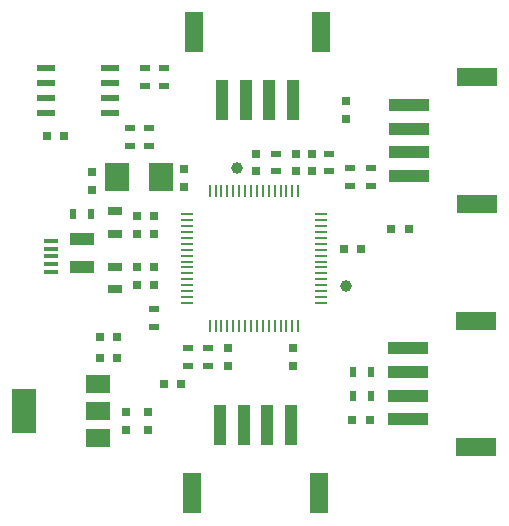
<source format=gbr>
G04 #@! TF.GenerationSoftware,KiCad,Pcbnew,(5.1.0)-1*
G04 #@! TF.CreationDate,2019-04-02T00:44:41+02:00*
G04 #@! TF.ProjectId,USB_UART_Dongle,5553425f-5541-4525-945f-446f6e676c65,rev?*
G04 #@! TF.SameCoordinates,Original*
G04 #@! TF.FileFunction,Paste,Top*
G04 #@! TF.FilePolarity,Positive*
%FSLAX46Y46*%
G04 Gerber Fmt 4.6, Leading zero omitted, Abs format (unit mm)*
G04 Created by KiCad (PCBNEW (5.1.0)-1) date 2019-04-02 00:44:41*
%MOMM*%
%LPD*%
G04 APERTURE LIST*
%ADD10R,2.000000X3.800000*%
%ADD11R,2.000000X1.500000*%
%ADD12R,0.900000X0.500000*%
%ADD13R,0.500000X0.900000*%
%ADD14R,1.300000X0.450000*%
%ADD15R,0.750000X0.800000*%
%ADD16R,1.300000X0.700000*%
%ADD17R,2.000000X2.400000*%
%ADD18R,1.550000X0.600000*%
%ADD19C,1.000000*%
%ADD20R,1.000000X3.500000*%
%ADD21R,1.500000X3.400000*%
%ADD22R,3.500000X1.000000*%
%ADD23R,3.400000X1.500000*%
%ADD24R,1.000000X0.250000*%
%ADD25R,0.250000X1.000000*%
%ADD26R,2.030000X1.140000*%
%ADD27R,0.800000X0.750000*%
G04 APERTURE END LIST*
D10*
X126900000Y-108800000D03*
D11*
X133200000Y-108800000D03*
X133200000Y-106500000D03*
X133200000Y-111100000D03*
D12*
X148250000Y-87000000D03*
X148250000Y-88500000D03*
X152750000Y-87000000D03*
X152750000Y-88500000D03*
X154500000Y-88250000D03*
X154500000Y-89750000D03*
X156250000Y-88250000D03*
X156250000Y-89750000D03*
D13*
X156250000Y-105500000D03*
X154750000Y-105500000D03*
X156250000Y-107500000D03*
X154750000Y-107500000D03*
D12*
X142500000Y-105000000D03*
X142500000Y-103500000D03*
X140750000Y-105000000D03*
X140750000Y-103500000D03*
D14*
X129150000Y-94400000D03*
X129150000Y-95050000D03*
X129150000Y-95700000D03*
X129150000Y-96350000D03*
X129150000Y-97000000D03*
D12*
X138775000Y-81250000D03*
X138775000Y-79750000D03*
D15*
X137875000Y-92300000D03*
X137875000Y-93800000D03*
D16*
X134575000Y-91900000D03*
X134575000Y-93800000D03*
D17*
X138475000Y-88950000D03*
X134775000Y-88950000D03*
D18*
X134175000Y-83605000D03*
X134175000Y-82335000D03*
X134175000Y-81065000D03*
X134175000Y-79795000D03*
X128775000Y-79795000D03*
X128775000Y-81065000D03*
X128775000Y-82335000D03*
X128775000Y-83605000D03*
D19*
X154175000Y-98200000D03*
X144975000Y-88200000D03*
D16*
X134575000Y-98500000D03*
X134575000Y-96600000D03*
D20*
X149675000Y-82475000D03*
X147675000Y-82475000D03*
X145675000Y-82475000D03*
X143675000Y-82475000D03*
D21*
X152025000Y-76725000D03*
X141325000Y-76725000D03*
D22*
X159500000Y-88900000D03*
X159500000Y-86900000D03*
X159500000Y-84900000D03*
X159500000Y-82900000D03*
D23*
X165250000Y-91250000D03*
X165250000Y-80550000D03*
D22*
X159425000Y-109500000D03*
X159425000Y-107500000D03*
X159425000Y-105500000D03*
X159425000Y-103500000D03*
D23*
X165175000Y-111850000D03*
X165175000Y-101150000D03*
D20*
X143500000Y-110025000D03*
X145500000Y-110025000D03*
X147500000Y-110025000D03*
X149500000Y-110025000D03*
D21*
X141150000Y-115775000D03*
X151850000Y-115775000D03*
D13*
X132575000Y-92100000D03*
X131075000Y-92100000D03*
D12*
X137175000Y-81250000D03*
X137175000Y-79750000D03*
X137875000Y-101650000D03*
X137875000Y-100150000D03*
X137475000Y-86350000D03*
X137475000Y-84850000D03*
X135875000Y-86350000D03*
X135875000Y-84850000D03*
D24*
X140675000Y-92150000D03*
X140675000Y-92650000D03*
X140675000Y-93150000D03*
X140675000Y-93650000D03*
X140675000Y-94150000D03*
X140675000Y-94650000D03*
X140675000Y-95150000D03*
X140675000Y-95650000D03*
X140675000Y-96150000D03*
X140675000Y-96650000D03*
X140675000Y-97150000D03*
X140675000Y-97650000D03*
X140675000Y-98150000D03*
X140675000Y-98650000D03*
X140675000Y-99150000D03*
X140675000Y-99650000D03*
D25*
X142625000Y-101600000D03*
X143125000Y-101600000D03*
X143625000Y-101600000D03*
X144125000Y-101600000D03*
X144625000Y-101600000D03*
X145125000Y-101600000D03*
X145625000Y-101600000D03*
X146125000Y-101600000D03*
X146625000Y-101600000D03*
X147125000Y-101600000D03*
X147625000Y-101600000D03*
X148125000Y-101600000D03*
X148625000Y-101600000D03*
X149125000Y-101600000D03*
X149625000Y-101600000D03*
X150125000Y-101600000D03*
D24*
X152075000Y-99650000D03*
X152075000Y-99150000D03*
X152075000Y-98650000D03*
X152075000Y-98150000D03*
X152075000Y-97650000D03*
X152075000Y-97150000D03*
X152075000Y-96650000D03*
X152075000Y-96150000D03*
X152075000Y-95650000D03*
X152075000Y-95150000D03*
X152075000Y-94650000D03*
X152075000Y-94150000D03*
X152075000Y-93650000D03*
X152075000Y-93150000D03*
X152075000Y-92650000D03*
X152075000Y-92150000D03*
D25*
X150125000Y-90200000D03*
X149625000Y-90200000D03*
X149125000Y-90200000D03*
X148625000Y-90200000D03*
X148125000Y-90200000D03*
X147625000Y-90200000D03*
X147125000Y-90200000D03*
X146625000Y-90200000D03*
X146125000Y-90200000D03*
X145625000Y-90200000D03*
X145125000Y-90200000D03*
X144625000Y-90200000D03*
X144125000Y-90200000D03*
X143625000Y-90200000D03*
X143125000Y-90200000D03*
X142625000Y-90200000D03*
D26*
X131775000Y-96600000D03*
X131775000Y-94200000D03*
D15*
X154175000Y-84050000D03*
X154175000Y-82550000D03*
D27*
X159475000Y-93400000D03*
X157975000Y-93400000D03*
X138725000Y-106500000D03*
X140225000Y-106500000D03*
X154675000Y-109600000D03*
X156175000Y-109600000D03*
X155475000Y-95100000D03*
X153975000Y-95100000D03*
D15*
X144175000Y-105000000D03*
X144175000Y-103500000D03*
X149975000Y-87000000D03*
X149975000Y-88500000D03*
X146575000Y-87000000D03*
X146575000Y-88500000D03*
X149675000Y-105000000D03*
X149675000Y-103500000D03*
X137875000Y-98100000D03*
X137875000Y-96600000D03*
X136475000Y-92300000D03*
X136475000Y-93800000D03*
X136475000Y-98100000D03*
X136475000Y-96600000D03*
X151275000Y-87000000D03*
X151275000Y-88500000D03*
X132675000Y-88600000D03*
X132675000Y-90100000D03*
X140475000Y-88300000D03*
X140475000Y-89800000D03*
X135575000Y-110425000D03*
X135575000Y-108925000D03*
X137375000Y-110425000D03*
X137375000Y-108925000D03*
D27*
X130325000Y-85550000D03*
X128825000Y-85550000D03*
X134800000Y-104300000D03*
X133300000Y-104300000D03*
X134800000Y-102500000D03*
X133300000Y-102500000D03*
M02*

</source>
